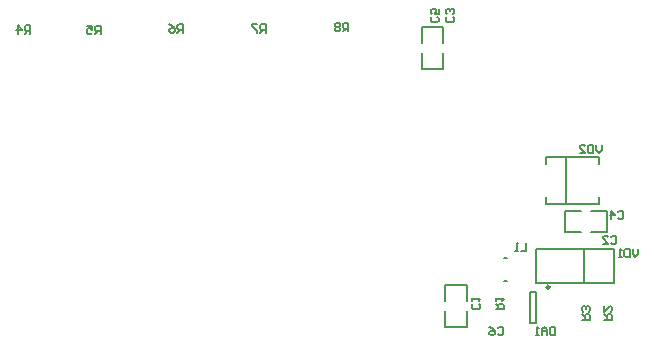
<source format=gbo>
G04*
G04 #@! TF.GenerationSoftware,Altium Limited,Altium Designer,23.1.1 (15)*
G04*
G04 Layer_Color=32896*
%FSLAX44Y44*%
%MOMM*%
G71*
G04*
G04 #@! TF.SameCoordinates,DA8C0BEE-71F1-460D-B415-3B7703EDD080*
G04*
G04*
G04 #@! TF.FilePolarity,Positive*
G04*
G01*
G75*
%ADD10C,0.2000*%
%ADD12C,0.1500*%
%ADD47C,0.2500*%
D10*
X859000Y1006500D02*
X925000D01*
Y977500D02*
Y1006500D01*
X859000Y977500D02*
X925000D01*
X859000D02*
Y1006500D01*
X899000Y977500D02*
Y1006500D01*
X762000Y1180500D02*
Y1194250D01*
X780000D01*
Y1180500D02*
Y1194250D01*
X762000Y1158750D02*
Y1172500D01*
Y1158750D02*
X780000D01*
Y1172500D01*
X782000Y962000D02*
Y975750D01*
X800000D01*
Y962000D02*
Y975750D01*
X782000Y940250D02*
Y954000D01*
Y940250D02*
X800000D01*
Y954000D01*
X853500Y944000D02*
Y970000D01*
X858500Y944000D02*
Y970000D01*
X853500Y944000D02*
X858500D01*
X853500Y970000D02*
X858500D01*
X905040Y1038730D02*
X918790D01*
Y1020730D02*
Y1038730D01*
X905040Y1020730D02*
X918790D01*
X883290Y1038730D02*
X897040D01*
X883290Y1020730D02*
Y1038730D01*
Y1020730D02*
X897040D01*
X884000Y1044000D02*
Y1084000D01*
X867000D02*
X912000D01*
Y1078000D02*
Y1084000D01*
X867000Y1078000D02*
Y1084000D01*
Y1044000D02*
Y1050000D01*
X912000Y1044000D02*
Y1050000D01*
X867000Y1044000D02*
X912000D01*
D12*
X831500Y979000D02*
X834500D01*
X831500Y999000D02*
X834500D01*
X914330Y1094499D02*
Y1089834D01*
X911998Y1087501D01*
X909665Y1089834D01*
Y1094499D01*
X907333D02*
Y1087501D01*
X903834D01*
X902667Y1088667D01*
Y1093333D01*
X903834Y1094499D01*
X907333D01*
X895670Y1087501D02*
X900335D01*
X895670Y1092166D01*
Y1093333D01*
X896836Y1094499D01*
X899168D01*
X900335Y1093333D01*
X945164Y1006499D02*
Y1001834D01*
X942831Y999501D01*
X940499Y1001834D01*
Y1006499D01*
X938166D02*
Y999501D01*
X934667D01*
X933501Y1000667D01*
Y1005333D01*
X934667Y1006499D01*
X938166D01*
X931169Y999501D02*
X928836D01*
X930002D01*
Y1006499D01*
X931169Y1005333D01*
X699831Y1190501D02*
Y1197499D01*
X696333D01*
X695166Y1196333D01*
Y1194000D01*
X696333Y1192834D01*
X699831D01*
X697499D02*
X695166Y1190501D01*
X692834Y1196333D02*
X691667Y1197499D01*
X689335D01*
X688168Y1196333D01*
Y1195166D01*
X689335Y1194000D01*
X688168Y1192834D01*
Y1191667D01*
X689335Y1190501D01*
X691667D01*
X692834Y1191667D01*
Y1192834D01*
X691667Y1194000D01*
X692834Y1195166D01*
Y1196333D01*
X691667Y1194000D02*
X689335D01*
X629832Y1189501D02*
Y1196499D01*
X626333D01*
X625166Y1195333D01*
Y1193000D01*
X626333Y1191834D01*
X629832D01*
X627499D02*
X625166Y1189501D01*
X622834Y1196499D02*
X618168D01*
Y1195333D01*
X622834Y1190667D01*
Y1189501D01*
X559832D02*
Y1196499D01*
X556333D01*
X555166Y1195333D01*
Y1193000D01*
X556333Y1191834D01*
X559832D01*
X557499D02*
X555166Y1189501D01*
X548169Y1196499D02*
X550501Y1195333D01*
X552834Y1193000D01*
Y1190667D01*
X551667Y1189501D01*
X549335D01*
X548169Y1190667D01*
Y1191834D01*
X549335Y1193000D01*
X552834D01*
X490100Y1188331D02*
Y1195329D01*
X486601D01*
X485435Y1194162D01*
Y1191830D01*
X486601Y1190663D01*
X490100D01*
X487768D02*
X485435Y1188331D01*
X478438Y1195329D02*
X483103D01*
Y1191830D01*
X480770Y1192996D01*
X479604D01*
X478438Y1191830D01*
Y1189497D01*
X479604Y1188331D01*
X481936D01*
X483103Y1189497D01*
X430558Y1188498D02*
Y1195495D01*
X427059D01*
X425893Y1194329D01*
Y1191997D01*
X427059Y1190830D01*
X430558D01*
X428226D02*
X425893Y1188498D01*
X420062D02*
Y1195495D01*
X423560Y1191997D01*
X418895D01*
X897501Y946169D02*
X904499D01*
Y949667D01*
X903333Y950834D01*
X901000D01*
X899834Y949667D01*
Y946169D01*
Y948501D02*
X897501Y950834D01*
X903333Y953166D02*
X904499Y954333D01*
Y956665D01*
X903333Y957831D01*
X902166D01*
X901000Y956665D01*
Y955499D01*
Y956665D01*
X899834Y957831D01*
X898667D01*
X897501Y956665D01*
Y954333D01*
X898667Y953166D01*
X916501Y946169D02*
X923499D01*
Y949667D01*
X922333Y950834D01*
X920000D01*
X918834Y949667D01*
Y946169D01*
Y948501D02*
X916501Y950834D01*
Y957831D02*
Y953166D01*
X921166Y957831D01*
X922333D01*
X923499Y956665D01*
Y954333D01*
X922333Y953166D01*
X824501Y955335D02*
X831499D01*
Y958834D01*
X830333Y960000D01*
X828000D01*
X826834Y958834D01*
Y955335D01*
Y957667D02*
X824501Y960000D01*
Y962333D02*
Y964665D01*
Y963499D01*
X831499D01*
X830333Y962333D01*
X850665Y1011499D02*
Y1004501D01*
X846000D01*
X843667D02*
X841335D01*
X842501D01*
Y1011499D01*
X843667Y1010333D01*
X875164Y940499D02*
Y933501D01*
X871665D01*
X870499Y934667D01*
Y939333D01*
X871665Y940499D01*
X875164D01*
X868166Y933501D02*
Y938166D01*
X865834Y940499D01*
X863501Y938166D01*
Y933501D01*
Y937000D01*
X868166D01*
X861169Y933501D02*
X858836D01*
X860002D01*
Y940499D01*
X861169Y939333D01*
X775333Y1202834D02*
X776499Y1201667D01*
Y1199335D01*
X775333Y1198168D01*
X770667D01*
X769501Y1199335D01*
Y1201667D01*
X770667Y1202834D01*
X776499Y1209831D02*
Y1205166D01*
X773000D01*
X774166Y1207499D01*
Y1208665D01*
X773000Y1209831D01*
X770667D01*
X769501Y1208665D01*
Y1206333D01*
X770667Y1205166D01*
X928166Y1037333D02*
X929333Y1038499D01*
X931665D01*
X932831Y1037333D01*
Y1032667D01*
X931665Y1031501D01*
X929333D01*
X928166Y1032667D01*
X922335Y1031501D02*
Y1038499D01*
X925834Y1035000D01*
X921169D01*
X788333Y1202834D02*
X789499Y1201667D01*
Y1199335D01*
X788333Y1198168D01*
X783667D01*
X782501Y1199335D01*
Y1201667D01*
X783667Y1202834D01*
X788333Y1205166D02*
X789499Y1206333D01*
Y1208665D01*
X788333Y1209831D01*
X787166D01*
X786000Y1208665D01*
Y1207499D01*
Y1208665D01*
X784834Y1209831D01*
X783667D01*
X782501Y1208665D01*
Y1206333D01*
X783667Y1205166D01*
X826166Y939333D02*
X827333Y940499D01*
X829665D01*
X830832Y939333D01*
Y934667D01*
X829665Y933501D01*
X827333D01*
X826166Y934667D01*
X819168Y940499D02*
X821501Y939333D01*
X823834Y937000D01*
Y934667D01*
X822667Y933501D01*
X820335D01*
X819168Y934667D01*
Y935834D01*
X820335Y937000D01*
X823834D01*
X922166Y1016333D02*
X923333Y1017499D01*
X925665D01*
X926832Y1016333D01*
Y1011667D01*
X925665Y1010501D01*
X923333D01*
X922166Y1011667D01*
X915169Y1010501D02*
X919834D01*
X915169Y1015166D01*
Y1016333D01*
X916335Y1017499D01*
X918667D01*
X919834Y1016333D01*
X810333Y960000D02*
X811499Y958834D01*
Y956501D01*
X810333Y955335D01*
X805667D01*
X804501Y956501D01*
Y958834D01*
X805667Y960000D01*
X804501Y962333D02*
Y964665D01*
Y963499D01*
X811499D01*
X810333Y962333D01*
D47*
X870250Y974000D02*
G03*
X870250Y974000I-1250J0D01*
G01*
M02*

</source>
